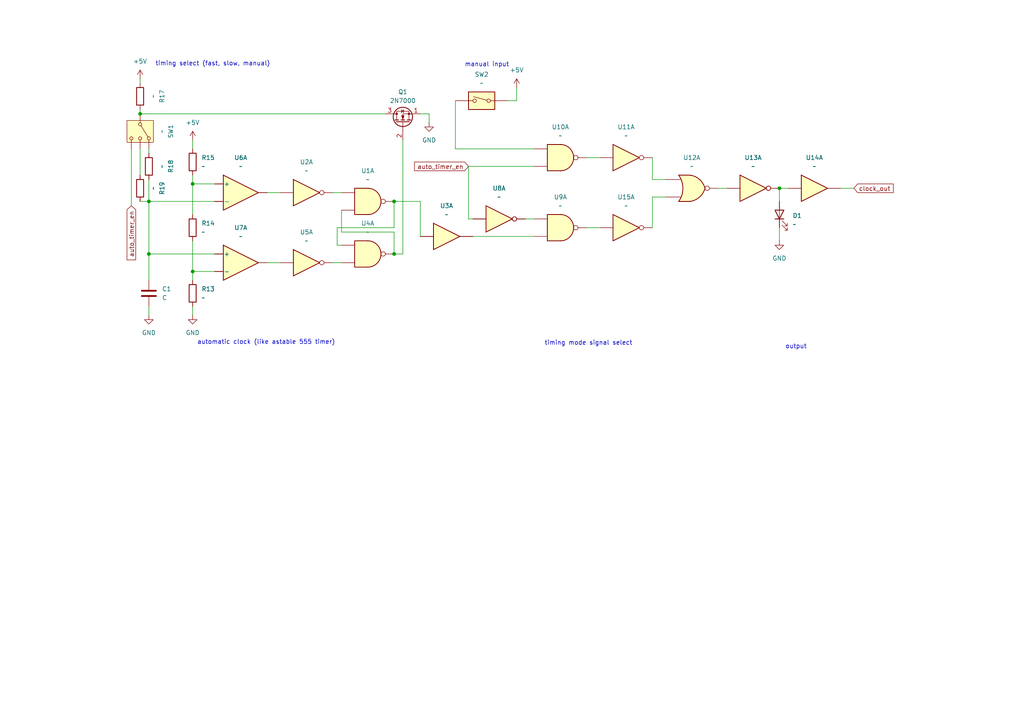
<source format=kicad_sch>
(kicad_sch (version 20250114) (generator "eeschema") (generator_version "9.0")
  (paper "A4")
  (lib_symbols
    (symbol "74xx:7402" (pin_numbers (hide yes)) (pin_names (offset 1.016) (hide yes))
      (property "Reference" "U" (at 0 1.27 0))
      (property "Value" "7402" (at 0 -1.27 0))
      (symbol "7402_1_1"
        (arc (start -3.81 3.81) (mid -2.589 0) (end -3.81 -3.81) (stroke (width 0.254)))
        (polyline (pts (xy -3.81 3.81) (xy -0.635 3.81)) (stroke (width 0.254)) (fill (type background)))
        (polyline (pts (xy -3.81 -3.81) (xy -0.635 -3.81)) (stroke (width 0.254)) (fill (type background)))
        (arc (start 3.81 0) (mid 2.1855 -2.584) (end -0.6096 -3.81) (stroke (width 0.254)) (fill (type background)))
        (arc (start -0.6096 3.81) (mid 2.1928 2.5924) (end 3.81 0) (stroke (width 0.254)) (fill (type background)))
        (polyline (pts (xy -0.635 3.81) (xy -3.81 3.81) (xy -3.81 3.81) (xy -3.556 3.4036) (xy -3.0226 2.2606) (xy -2.6924 1.0414) (xy -2.6162 -0.254) (xy -2.7686 -1.4986) (xy -3.175 -2.7178) (xy -3.81 -3.81) (xy -3.81 -3.81) (xy -0.635 -3.81)) (stroke (width -25.4)) (fill (type background)))
        (pin input line (at -7.62 2.54 0) (length 4.318) (name "~") (number "2"))
        (pin input line (at -7.62 -2.54 0) (length 4.318) (name "~") (number "3"))
        (pin output inverted (at 7.62 0 180) (length 3.81) (name "~") (number "1"))
      )
      (symbol "7402_1_2"
        (arc (start 0 3.81) (mid 3.7934 0) (end 0 -3.81) (stroke (width 0.254)) (fill (type background)))
        (polyline (pts (xy 0 3.81) (xy -3.81 3.81) (xy -3.81 -3.81) (xy 0 -3.81)) (stroke (width 0.254)) (fill (type background)))
        (pin input inverted (at -7.62 2.54 0) (length 3.81) (name "~") (number "2"))
        (pin input inverted (at -7.62 -2.54 0) (length 3.81) (name "~") (number "3"))
        (pin output line (at 7.62 0 180) (length 3.81) (name "~") (number "1"))
      )
      (symbol "7402_2_1"
        (arc (start -3.81 3.81) (mid -2.589 0) (end -3.81 -3.81) (stroke (width 0.254)))
        (polyline (pts (xy -3.81 3.81) (xy -0.635 3.81)) (stroke (width 0.254)) (fill (type background)))
        (polyline (pts (xy -3.81 -3.81) (xy -0.635 -3.81)) (stroke (width 0.254)) (fill (type background)))
        (arc (start 3.81 0) (mid 2.1855 -2.584) (end -0.6096 -3.81) (stroke (width 0.254)) (fill (type background)))
        (arc (start -0.6096 3.81) (mid 2.1928 2.5924) (end 3.81 0) (stroke (width 0.254)) (fill (type background)))
        (polyline (pts (xy -0.635 3.81) (xy -3.81 3.81) (xy -3.81 3.81) (xy -3.556 3.4036) (xy -3.0226 2.2606) (xy -2.6924 1.0414) (xy -2.6162 -0.254) (xy -2.7686 -1.4986) (xy -3.175 -2.7178) (xy -3.81 -3.81) (xy -3.81 -3.81) (xy -0.635 -3.81)) (stroke (width -25.4)) (fill (type background)))
        (pin input line (at -7.62 2.54 0) (length 4.318) (name "~") (number "5"))
        (pin input line (at -7.62 -2.54 0) (length 4.318) (name "~") (number "6"))
        (pin output inverted (at 7.62 0 180) (length 3.81) (name "~") (number "4"))
      )
      (symbol "7402_2_2"
        (arc (start 0 3.81) (mid 3.7934 0) (end 0 -3.81) (stroke (width 0.254)) (fill (type background)))
        (polyline (pts (xy 0 3.81) (xy -3.81 3.81) (xy -3.81 -3.81) (xy 0 -3.81)) (stroke (width 0.254)) (fill (type background)))
        (pin input inverted (at -7.62 2.54 0) (length 3.81) (name "~") (number "5"))
        (pin input inverted (at -7.62 -2.54 0) (length 3.81) (name "~") (number "6"))
        (pin output line (at 7.62 0 180) (length 3.81) (name "~") (number "4"))
      )
      (symbol "7402_3_1"
        (arc (start -3.81 3.81) (mid -2.589 0) (end -3.81 -3.81) (stroke (width 0.254)))
        (polyline (pts (xy -3.81 3.81) (xy -0.635 3.81)) (stroke (width 0.254)) (fill (type background)))
        (polyline (pts (xy -3.81 -3.81) (xy -0.635 -3.81)) (stroke (width 0.254)) (fill (type background)))
        (arc (start 3.81 0) (mid 2.1855 -2.584) (end -0.6096 -3.81) (stroke (width 0.254)) (fill (type background)))
        (arc (start -0.6096 3.81) (mid 2.1928 2.5924) (end 3.81 0) (stroke (width 0.254)) (fill (type background)))
        (polyline (pts (xy -0.635 3.81) (xy -3.81 3.81) (xy -3.81 3.81) (xy -3.556 3.4036) (xy -3.0226 2.2606) (xy -2.6924 1.0414) (xy -2.6162 -0.254) (xy -2.7686 -1.4986) (xy -3.175 -2.7178) (xy -3.81 -3.81) (xy -3.81 -3.81) (xy -0.635 -3.81)) (stroke (width -25.4)) (fill (type background)))
        (pin input line (at -7.62 2.54 0) (length 4.318) (name "~") (number "8"))
        (pin input line (at -7.62 -2.54 0) (length 4.318) (name "~") (number "9"))
        (pin output inverted (at 7.62 0 180) (length 3.81) (name "~") (number "10"))
      )
      (symbol "7402_3_2"
        (arc (start 0 3.81) (mid 3.7934 0) (end 0 -3.81) (stroke (width 0.254)) (fill (type background)))
        (polyline (pts (xy 0 3.81) (xy -3.81 3.81) (xy -3.81 -3.81) (xy 0 -3.81)) (stroke (width 0.254)) (fill (type background)))
        (pin input inverted (at -7.62 2.54 0) (length 3.81) (name "~") (number "8"))
        (pin input inverted (at -7.62 -2.54 0) (length 3.81) (name "~") (number "9"))
        (pin output line (at 7.62 0 180) (length 3.81) (name "~") (number "10"))
      )
      (symbol "7402_4_1"
        (arc (start -3.81 3.81) (mid -2.589 0) (end -3.81 -3.81) (stroke (width 0.254)))
        (polyline (pts (xy -3.81 3.81) (xy -0.635 3.81)) (stroke (width 0.254)) (fill (type background)))
        (polyline (pts (xy -3.81 -3.81) (xy -0.635 -3.81)) (stroke (width 0.254)) (fill (type background)))
        (arc (start 3.81 0) (mid 2.1855 -2.584) (end -0.6096 -3.81) (stroke (width 0.254)) (fill (type background)))
        (arc (start -0.6096 3.81) (mid 2.1928 2.5924) (end 3.81 0) (stroke (width 0.254)) (fill (type background)))
        (polyline (pts (xy -0.635 3.81) (xy -3.81 3.81) (xy -3.81 3.81) (xy -3.556 3.4036) (xy -3.0226 2.2606) (xy -2.6924 1.0414) (xy -2.6162 -0.254) (xy -2.7686 -1.4986) (xy -3.175 -2.7178) (xy -3.81 -3.81) (xy -3.81 -3.81) (xy -0.635 -3.81)) (stroke (width -25.4)) (fill (type background)))
        (pin input line (at -7.62 2.54 0) (length 4.318) (name "~") (number "11"))
        (pin input line (at -7.62 -2.54 0) (length 4.318) (name "~") (number "12"))
        (pin output inverted (at 7.62 0 180) (length 3.81) (name "~") (number "13"))
      )
      (symbol "7402_4_2"
        (arc (start 0 3.81) (mid 3.7934 0) (end 0 -3.81) (stroke (width 0.254)) (fill (type background)))
        (polyline (pts (xy 0 3.81) (xy -3.81 3.81) (xy -3.81 -3.81) (xy 0 -3.81)) (stroke (width 0.254)) (fill (type background)))
        (pin input inverted (at -7.62 2.54 0) (length 3.81) (name "~") (number "11"))
        (pin input inverted (at -7.62 -2.54 0) (length 3.81) (name "~") (number "12"))
        (pin output line (at 7.62 0 180) (length 3.81) (name "~") (number "13"))
      )
      (symbol "7402_5_0"
        (pin power_in line (at 0 12.7 270) (length 5.08) (name "VCC") (number "14"))
        (pin power_in line (at 0 -12.7 90) (length 5.08) (name "GND") (number "7"))
      )
      (symbol "7402_5_1"
        (rectangle (start -5.08 7.62) (end 5.08 -7.62) (stroke (width 0.254)) (fill (type background)))
      )
    )
    (symbol "74xx:74HC00" (pin_numbers (hide yes)) (pin_names (offset 1.016) (hide yes))
      (property "Reference" "U" (at 0 1.27 0))
      (property "Value" "74HC00" (at 0 -1.27 0))
      (symbol "74HC00_1_1"
        (arc (start 0 3.81) (mid 3.7934 0) (end 0 -3.81) (stroke (width 0.254)) (fill (type background)))
        (polyline (pts (xy 0 3.81) (xy -3.81 3.81) (xy -3.81 -3.81) (xy 0 -3.81)) (stroke (width 0.254)) (fill (type background)))
        (pin input line (at -7.62 2.54 0) (length 3.81) (name "~") (number "1"))
        (pin input line (at -7.62 -2.54 0) (length 3.81) (name "~") (number "2"))
        (pin output inverted (at 7.62 0 180) (length 3.81) (name "~") (number "3"))
      )
      (symbol "74HC00_1_2"
        (arc (start -3.81 3.81) (mid -2.589 0) (end -3.81 -3.81) (stroke (width 0.254)))
        (polyline (pts (xy -3.81 3.81) (xy -0.635 3.81)) (stroke (width 0.254)) (fill (type background)))
        (polyline (pts (xy -3.81 -3.81) (xy -0.635 -3.81)) (stroke (width 0.254)) (fill (type background)))
        (arc (start 3.81 0) (mid 2.1855 -2.584) (end -0.6096 -3.81) (stroke (width 0.254)) (fill (type background)))
        (arc (start -0.6096 3.81) (mid 2.1928 2.5924) (end 3.81 0) (stroke (width 0.254)) (fill (type background)))
        (polyline (pts (xy -0.635 3.81) (xy -3.81 3.81) (xy -3.81 3.81) (xy -3.556 3.4036) (xy -3.0226 2.2606) (xy -2.6924 1.0414) (xy -2.6162 -0.254) (xy -2.7686 -1.4986) (xy -3.175 -2.7178) (xy -3.81 -3.81) (xy -3.81 -3.81) (xy -0.635 -3.81)) (stroke (width -25.4)) (fill (type background)))
        (pin input inverted (at -7.62 2.54 0) (length 4.318) (name "~") (number "1"))
        (pin input inverted (at -7.62 -2.54 0) (length 4.318) (name "~") (number "2"))
        (pin output line (at 7.62 0 180) (length 3.81) (name "~") (number "3"))
      )
      (symbol "74HC00_2_1"
        (arc (start 0 3.81) (mid 3.7934 0) (end 0 -3.81) (stroke (width 0.254)) (fill (type background)))
        (polyline (pts (xy 0 3.81) (xy -3.81 3.81) (xy -3.81 -3.81) (xy 0 -3.81)) (stroke (width 0.254)) (fill (type background)))
        (pin input line (at -7.62 2.54 0) (length 3.81) (name "~") (number "4"))
        (pin input line (at -7.62 -2.54 0) (length 3.81) (name "~") (number "5"))
        (pin output inverted (at 7.62 0 180) (length 3.81) (name "~") (number "6"))
      )
      (symbol "74HC00_2_2"
        (arc (start -3.81 3.81) (mid -2.589 0) (end -3.81 -3.81) (stroke (width 0.254)))
        (polyline (pts (xy -3.81 3.81) (xy -0.635 3.81)) (stroke (width 0.254)) (fill (type background)))
        (polyline (pts (xy -3.81 -3.81) (xy -0.635 -3.81)) (stroke (width 0.254)) (fill (type background)))
        (arc (start 3.81 0) (mid 2.1855 -2.584) (end -0.6096 -3.81) (stroke (width 0.254)) (fill (type background)))
        (arc (start -0.6096 3.81) (mid 2.1928 2.5924) (end 3.81 0) (stroke (width 0.254)) (fill (type background)))
        (polyline (pts (xy -0.635 3.81) (xy -3.81 3.81) (xy -3.81 3.81) (xy -3.556 3.4036) (xy -3.0226 2.2606) (xy -2.6924 1.0414) (xy -2.6162 -0.254) (xy -2.7686 -1.4986) (xy -3.175 -2.7178) (xy -3.81 -3.81) (xy -3.81 -3.81) (xy -0.635 -3.81)) (stroke (width -25.4)) (fill (type background)))
        (pin input inverted (at -7.62 2.54 0) (length 4.318) (name "~") (number "4"))
        (pin input inverted (at -7.62 -2.54 0) (length 4.318) (name "~") (number "5"))
        (pin output line (at 7.62 0 180) (length 3.81) (name "~") (number "6"))
      )
      (symbol "74HC00_3_1"
        (arc (start 0 3.81) (mid 3.7934 0) (end 0 -3.81) (stroke (width 0.254)) (fill (type background)))
        (polyline (pts (xy 0 3.81) (xy -3.81 3.81) (xy -3.81 -3.81) (xy 0 -3.81)) (stroke (width 0.254)) (fill (type background)))
        (pin input line (at -7.62 2.54 0) (length 3.81) (name "~") (number "9"))
        (pin input line (at -7.62 -2.54 0) (length 3.81) (name "~") (number "10"))
        (pin output inverted (at 7.62 0 180) (length 3.81) (name "~") (number "8"))
      )
      (symbol "74HC00_3_2"
        (arc (start -3.81 3.81) (mid -2.589 0) (end -3.81 -3.81) (stroke (width 0.254)))
        (polyline (pts (xy -3.81 3.81) (xy -0.635 3.81)) (stroke (width 0.254)) (fill (type background)))
        (polyline (pts (xy -3.81 -3.81) (xy -0.635 -3.81)) (stroke (width 0.254)) (fill (type background)))
        (arc (start 3.81 0) (mid 2.1855 -2.584) (end -0.6096 -3.81) (stroke (width 0.254)) (fill (type background)))
        (arc (start -0.6096 3.81) (mid 2.1928 2.5924) (end 3.81 0) (stroke (width 0.254)) (fill (type background)))
        (polyline (pts (xy -0.635 3.81) (xy -3.81 3.81) (xy -3.81 3.81) (xy -3.556 3.4036) (xy -3.0226 2.2606) (xy -2.6924 1.0414) (xy -2.6162 -0.254) (xy -2.7686 -1.4986) (xy -3.175 -2.7178) (xy -3.81 -3.81) (xy -3.81 -3.81) (xy -0.635 -3.81)) (stroke (width -25.4)) (fill (type background)))
        (pin input inverted (at -7.62 2.54 0) (length 4.318) (name "~") (number "9"))
        (pin input inverted (at -7.62 -2.54 0) (length 4.318) (name "~") (number "10"))
        (pin output line (at 7.62 0 180) (length 3.81) (name "~") (number "8"))
      )
      (symbol "74HC00_4_1"
        (arc (start 0 3.81) (mid 3.7934 0) (end 0 -3.81) (stroke (width 0.254)) (fill (type background)))
        (polyline (pts (xy 0 3.81) (xy -3.81 3.81) (xy -3.81 -3.81) (xy 0 -3.81)) (stroke (width 0.254)) (fill (type background)))
        (pin input line (at -7.62 2.54 0) (length 3.81) (name "~") (number "12"))
        (pin input line (at -7.62 -2.54 0) (length 3.81) (name "~") (number "13"))
        (pin output inverted (at 7.62 0 180) (length 3.81) (name "~") (number "11"))
      )
      (symbol "74HC00_4_2"
        (arc (start -3.81 3.81) (mid -2.589 0) (end -3.81 -3.81) (stroke (width 0.254)))
        (polyline (pts (xy -3.81 3.81) (xy -0.635 3.81)) (stroke (width 0.254)) (fill (type background)))
        (polyline (pts (xy -3.81 -3.81) (xy -0.635 -3.81)) (stroke (width 0.254)) (fill (type background)))
        (arc (start 3.81 0) (mid 2.1855 -2.584) (end -0.6096 -3.81) (stroke (width 0.254)) (fill (type background)))
        (arc (start -0.6096 3.81) (mid 2.1928 2.5924) (end 3.81 0) (stroke (width 0.254)) (fill (type background)))
        (polyline (pts (xy -0.635 3.81) (xy -3.81 3.81) (xy -3.81 3.81) (xy -3.556 3.4036) (xy -3.0226 2.2606) (xy -2.6924 1.0414) (xy -2.6162 -0.254) (xy -2.7686 -1.4986) (xy -3.175 -2.7178) (xy -3.81 -3.81) (xy -3.81 -3.81) (xy -0.635 -3.81)) (stroke (width -25.4)) (fill (type background)))
        (pin input inverted (at -7.62 2.54 0) (length 4.318) (name "~") (number "12"))
        (pin input inverted (at -7.62 -2.54 0) (length 4.318) (name "~") (number "13"))
        (pin output line (at 7.62 0 180) (length 3.81) (name "~") (number "11"))
      )
      (symbol "74HC00_5_0"
        (pin power_in line (at 0 12.7 270) (length 5.08) (name "VCC") (number "14"))
        (pin power_in line (at 0 -12.7 90) (length 5.08) (name "GND") (number "7"))
      )
      (symbol "74HC00_5_1"
        (rectangle (start -5.08 7.62) (end 5.08 -7.62) (stroke (width 0.254)) (fill (type background)))
      )
    )
    (symbol "74xx:74HC04" (pin_numbers (hide yes)) (pin_names (hide yes))
      (property "Reference" "U" (at 0 1.27 0))
      (property "Value" "74HC04" (at 0 -1.27 0))
      (symbol "74HC04_1_0"
        (polyline (pts (xy -3.81 3.81) (xy -3.81 -3.81) (xy 3.81 0) (xy -3.81 3.81)) (stroke (width 0.254)) (fill (type background)))
        (pin input line (at -7.62 0 0) (length 3.81) (name "~") (number "1"))
        (pin output inverted (at 7.62 0 180) (length 3.81) (name "~") (number "2"))
      )
      (symbol "74HC04_2_0"
        (polyline (pts (xy -3.81 3.81) (xy -3.81 -3.81) (xy 3.81 0) (xy -3.81 3.81)) (stroke (width 0.254)) (fill (type background)))
        (pin input line (at -7.62 0 0) (length 3.81) (name "~") (number "3"))
        (pin output inverted (at 7.62 0 180) (length 3.81) (name "~") (number "4"))
      )
      (symbol "74HC04_3_0"
        (polyline (pts (xy -3.81 3.81) (xy -3.81 -3.81) (xy 3.81 0) (xy -3.81 3.81)) (stroke (width 0.254)) (fill (type background)))
        (pin input line (at -7.62 0 0) (length 3.81) (name "~") (number "5"))
        (pin output inverted (at 7.62 0 180) (length 3.81) (name "~") (number "6"))
      )
      (symbol "74HC04_4_0"
        (polyline (pts (xy -3.81 3.81) (xy -3.81 -3.81) (xy 3.81 0) (xy -3.81 3.81)) (stroke (width 0.254)) (fill (type background)))
        (pin input line (at -7.62 0 0) (length 3.81) (name "~") (number "9"))
        (pin output inverted (at 7.62 0 180) (length 3.81) (name "~") (number "8"))
      )
      (symbol "74HC04_5_0"
        (polyline (pts (xy -3.81 3.81) (xy -3.81 -3.81) (xy 3.81 0) (xy -3.81 3.81)) (stroke (width 0.254)) (fill (type background)))
        (pin input line (at -7.62 0 0) (length 3.81) (name "~") (number "11"))
        (pin output inverted (at 7.62 0 180) (length 3.81) (name "~") (number "10"))
      )
      (symbol "74HC04_6_0"
        (polyline (pts (xy -3.81 3.81) (xy -3.81 -3.81) (xy 3.81 0) (xy -3.81 3.81)) (stroke (width 0.254)) (fill (type background)))
        (pin input line (at -7.62 0 0) (length 3.81) (name "~") (number "13"))
        (pin output inverted (at 7.62 0 180) (length 3.81) (name "~") (number "12"))
      )
      (symbol "74HC04_7_0"
        (pin power_in line (at 0 12.7 270) (length 5.08) (name "VCC") (number "14"))
        (pin power_in line (at 0 -12.7 90) (length 5.08) (name "GND") (number "7"))
      )
      (symbol "74HC04_7_1"
        (rectangle (start -5.08 7.62) (end 5.08 -7.62) (stroke (width 0.254)) (fill (type background)))
      )
    )
    (symbol "74xx:74LCX07" (pin_numbers (hide yes)) (pin_names (offset 1.016) (hide yes))
      (property "Reference" "U" (at 0 1.27 0))
      (property "Value" "74LCX07" (at 0 -1.27 0))
      (symbol "74LCX07_1_0"
        (polyline (pts (xy -3.81 3.81) (xy -3.81 -3.81) (xy 3.81 0) (xy -3.81 3.81)) (stroke (width 0.254)) (fill (type background)))
        (pin input line (at -7.62 0 0) (length 3.81) (name "~") (number "1"))
        (pin open_collector line (at 7.62 0 180) (length 3.81) (name "~") (number "2"))
      )
      (symbol "74LCX07_2_0"
        (polyline (pts (xy -3.81 3.81) (xy -3.81 -3.81) (xy 3.81 0) (xy -3.81 3.81)) (stroke (width 0.254)) (fill (type background)))
        (pin input line (at -7.62 0 0) (length 3.81) (name "~") (number "3"))
        (pin open_collector line (at 7.62 0 180) (length 3.81) (name "~") (number "4"))
      )
      (symbol "74LCX07_3_0"
        (polyline (pts (xy -3.81 3.81) (xy -3.81 -3.81) (xy 3.81 0) (xy -3.81 3.81)) (stroke (width 0.254)) (fill (type background)))
        (pin input line (at -7.62 0 0) (length 3.81) (name "~") (number "5"))
        (pin open_collector line (at 7.62 0 180) (length 3.81) (name "~") (number "6"))
      )
      (symbol "74LCX07_4_0"
        (polyline (pts (xy -3.81 3.81) (xy -3.81 -3.81) (xy 3.81 0) (xy -3.81 3.81)) (stroke (width 0.254)) (fill (type background)))
        (pin input line (at -7.62 0 0) (length 3.81) (name "~") (number "9"))
        (pin open_collector line (at 7.62 0 180) (length 3.81) (name "~") (number "8"))
      )
      (symbol "74LCX07_5_0"
        (polyline (pts (xy -3.81 3.81) (xy -3.81 -3.81) (xy 3.81 0) (xy -3.81 3.81)) (stroke (width 0.254)) (fill (type background)))
        (pin input line (at -7.62 0 0) (length 3.81) (name "~") (number "11"))
        (pin open_collector line (at 7.62 0 180) (length 3.81) (name "~") (number "10"))
      )
      (symbol "74LCX07_6_0"
        (polyline (pts (xy -3.81 3.81) (xy -3.81 -3.81) (xy 3.81 0) (xy -3.81 3.81)) (stroke (width 0.254)) (fill (type background)))
        (pin input line (at -7.62 0 0) (length 3.81) (name "~") (number "13"))
        (pin open_collector line (at 7.62 0 180) (length 3.81) (name "~") (number "12"))
      )
      (symbol "74LCX07_7_0"
        (pin power_in line (at 0 12.7 270) (length 5.08) (name "VCC") (number "14"))
        (pin power_in line (at 0 -12.7 90) (length 5.08) (name "GND") (number "7"))
      )
      (symbol "74LCX07_7_1"
        (rectangle (start -5.08 7.62) (end 5.08 -7.62) (stroke (width 0.254)) (fill (type background)))
      )
    )
    (symbol "Comparator:LMV7272" (pin_numbers (hide yes)) (pin_names (offset 0.127))
      (property "Reference" "U" (at 1.27 6.35 0))
      (property "Value" "LMV7272" (at 3.81 3.81 0))
      (symbol "LMV7272_1_1"
        (polyline (pts (xy -5.08 5.08) (xy 5.08 0) (xy -5.08 -5.08) (xy -5.08 5.08)) (stroke (width 0.254)) (fill (type background)))
        (pin input line (at -7.62 2.54 0) (length 2.54) (name "+") (number "C1"))
        (pin input line (at -7.62 -2.54 0) (length 2.54) (name "-") (number "B1"))
        (pin output line (at 7.62 0 180) (length 2.54) (name "~") (number "A1"))
      )
      (symbol "LMV7272_2_1"
        (polyline (pts (xy -5.08 2.54) (xy -5.08 5.08) (xy 5.08 0) (xy -5.08 -5.08) (xy -5.08 2.54)) (stroke (width 0.254)) (fill (type background)))
        (pin input line (at -7.62 2.54 0) (length 2.54) (name "+") (number "C3"))
        (pin input line (at -7.62 -2.54 0) (length 2.54) (name "-") (number "B3"))
        (pin output line (at 7.62 0 180) (length 2.54) (name "~") (number "A3"))
      )
      (symbol "LMV7272_3_1"
        (pin power_in line (at -2.54 7.62 270) (length 3.81) (name "V+") (number "A2"))
        (pin power_in line (at -2.54 -7.62 90) (length 3.81) (name "V-") (number "C2"))
      )
    )
    (symbol "Device:C" (pin_numbers (hide yes)) (pin_names (offset 0.254))
      (property "Reference" "C" (at 0.635 2.54 0))
      (property "Value" "C" (at 0.635 -2.54 0))
      (symbol "C_0_1"
        (polyline (pts (xy -2.032 0.762) (xy 2.032 0.762)) (stroke (width 0.508)))
        (polyline (pts (xy -2.032 -0.762) (xy 2.032 -0.762)) (stroke (width 0.508)))
      )
      (symbol "C_1_1"
        (pin passive line (at 0 3.81 270) (length 2.794) (name "~") (number "1"))
        (pin passive line (at 0 -3.81 90) (length 2.794) (name "~") (number "2"))
      )
    )
    (symbol "Device:LED" (pin_numbers (hide yes)) (pin_names (offset 1.016) (hide yes))
      (property "Reference" "D" (at 0 2.54 0))
      (property "Value" "LED" (at 0 -2.54 0))
      (symbol "LED_0_1"
        (polyline (pts (xy -3.048 -0.762) (xy -4.572 -2.286) (xy -3.81 -2.286) (xy -4.572 -2.286) (xy -4.572 -1.524)))
        (polyline (pts (xy -1.778 -0.762) (xy -3.302 -2.286) (xy -2.54 -2.286) (xy -3.302 -2.286) (xy -3.302 -1.524)))
        (polyline (pts (xy -1.27 0) (xy 1.27 0)))
        (polyline (pts (xy -1.27 -1.27) (xy -1.27 1.27)) (stroke (width 0.254)))
        (polyline (pts (xy 1.27 -1.27) (xy 1.27 1.27) (xy -1.27 0) (xy 1.27 -1.27)) (stroke (width 0.254)))
      )
      (symbol "LED_1_1"
        (pin passive line (at -3.81 0 0) (length 2.54) (name "K") (number "1"))
        (pin passive line (at 3.81 0 180) (length 2.54) (name "A") (number "2"))
      )
    )
    (symbol "Device:R" (pin_numbers (hide yes)) (pin_names (offset 0))
      (property "Reference" "R" (at 2.032 0 90))
      (property "Value" "R" (at 0 0 90))
      (symbol "R_0_1"
        (rectangle (start -1.016 -2.54) (end 1.016 2.54) (stroke (width 0.254)))
      )
      (symbol "R_1_1"
        (pin passive line (at 0 3.81 270) (length 1.27) (name "~") (number "1"))
        (pin passive line (at 0 -3.81 90) (length 1.27) (name "~") (number "2"))
      )
    )
    (symbol "R_1" (pin_numbers (hide yes)) (pin_names (offset 0))
      (property "Reference" "R" (at 2.032 0 90))
      (property "Value" "R" (at 0 0 90))
      (symbol "R_1_0_1"
        (rectangle (start -1.016 -2.54) (end 1.016 2.54) (stroke (width 0.254)))
      )
      (symbol "R_1_1_1"
        (pin passive line (at 0 3.81 270) (length 1.27) (name "~") (number "1"))
        (pin passive line (at 0 -3.81 90) (length 1.27) (name "~") (number "2"))
      )
    )
    (symbol "Switch:SW_DIP_x01" (pin_numbers (hide yes)) (pin_names (offset 0) (hide yes))
      (property "Reference" "SW" (at 0 3.81 0))
      (property "Value" "SW_DIP_x01" (at 0 -3.81 0))
      (symbol "SW_DIP_x01_0_0"
        (circle (center -2.032 0) (radius 0.508))
        (polyline (pts (xy -1.524 0.127) (xy 2.3622 1.1684)))
        (circle (center 2.032 0) (radius 0.508))
      )
      (symbol "SW_DIP_x01_0_1"
        (rectangle (start -3.81 2.54) (end 3.81 -2.54) (stroke (width 0.254)) (fill (type background)))
      )
      (symbol "SW_DIP_x01_1_1"
        (pin passive line (at -7.62 0 0) (length 5.08) (name "~") (number "1"))
        (pin passive line (at 7.62 0 180) (length 5.08) (name "~") (number "2"))
      )
    )
    (symbol "Switch:SW_SP3T" (pin_numbers (hide yes)) (pin_names (offset 0) (hide yes))
      (property "Reference" "SW" (at 0 5.08 0))
      (property "Value" "SW_SP3T" (at 0 -5.08 0))
      (symbol "SW_SP3T_0_1"
        (circle (center -2.032 0) (radius 0.4572))
        (polyline (pts (xy -1.651 0.254) (xy 1.651 2.286)))
        (circle (center 2.032 2.54) (radius 0.4572))
        (circle (center 2.032 0) (radius 0.4572))
        (circle (center 2.032 -2.54) (radius 0.4572))
      )
      (symbol "SW_SP3T_1_1"
        (rectangle (start -3.175 3.81) (end 3.175 -3.81) (fill (type background)))
        (pin passive line (at -5.08 0 0) (length 2.54) (name "3") (number "3"))
        (pin passive line (at 5.08 2.54 180) (length 2.54) (name "1") (number "1"))
        (pin passive line (at 5.08 0 180) (length 2.54) (name "2") (number "2"))
        (pin passive line (at 5.08 -2.54 180) (length 2.54) (name "4") (number "4"))
      )
    )
    (symbol "Transistor_FET:2N7000" (pin_names (hide yes))
      (property "Reference" "Q" (at 5.08 1.905 0))
      (property "Value" "2N7000" (at 5.08 0 0))
      (symbol "2N7000_0_1"
        (polyline (pts (xy 0.254 1.905) (xy 0.254 -1.905)) (stroke (width 0.254)))
        (polyline (pts (xy 0.254 0) (xy -2.54 0)))
        (polyline (pts (xy 0.762 2.286) (xy 0.762 1.27)) (stroke (width 0.254)))
        (polyline (pts (xy 0.762 0.508) (xy 0.762 -0.508)) (stroke (width 0.254)))
        (polyline (pts (xy 0.762 -1.27) (xy 0.762 -2.286)) (stroke (width 0.254)))
        (polyline (pts (xy 0.762 -1.778) (xy 3.302 -1.778) (xy 3.302 1.778) (xy 0.762 1.778)))
        (polyline (pts (xy 1.016 0) (xy 2.032 0.381) (xy 2.032 -0.381) (xy 1.016 0)) (fill (type outline)))
        (circle (center 1.651 0) (radius 2.794) (stroke (width 0.254)))
        (polyline (pts (xy 2.54 2.54) (xy 2.54 1.778)))
        (circle (center 2.54 1.778) (radius 0.254) (fill (type outline)))
        (circle (center 2.54 -1.778) (radius 0.254) (fill (type outline)))
        (polyline (pts (xy 2.54 -2.54) (xy 2.54 0) (xy 0.762 0)))
        (polyline (pts (xy 2.794 0.508) (xy 2.921 0.381) (xy 3.683 0.381) (xy 3.81 0.254)))
        (polyline (pts (xy 3.302 0.381) (xy 2.921 -0.254) (xy 3.683 -0.254) (xy 3.302 0.381)))
      )
      (symbol "2N7000_1_1"
        (pin input line (at -5.08 0 0) (length 2.54) (name "G") (number "2"))
        (pin passive line (at 2.54 5.08 270) (length 2.54) (name "D") (number "3"))
        (pin passive line (at 2.54 -5.08 90) (length 2.54) (name "S") (number "1"))
      )
    )
    (symbol "power:+5V" (power) (pin_numbers (hide yes)) (pin_names (offset 0) (hide yes))
      (property "Value" "+5V" (at 0 3.556 0))
      (symbol "+5V_0_1"
        (polyline (pts (xy -0.762 1.27) (xy 0 2.54)))
        (polyline (pts (xy 0 2.54) (xy 0.762 1.27)))
        (polyline (pts (xy 0 0) (xy 0 2.54)))
      )
      (symbol "+5V_1_1"
        (pin power_in line (at 0 0 90) (length 0) (name "~") (number "1"))
      )
    )
    (symbol "power:GND" (power) (pin_numbers (hide yes)) (pin_names (offset 0) (hide yes))
      (property "Value" "GND" (at 0 -3.81 0))
      (symbol "GND_0_1"
        (polyline (pts (xy 0 0) (xy 0 -1.27) (xy 1.27 -1.27) (xy 0 -2.54) (xy -1.27 -1.27) (xy 0 -1.27)))
      )
      (symbol "GND_1_1"
        (pin power_in line (at 0 0 270) (length 0) (name "~") (number "1"))
      )
    )
  )
  (text "output\n" (at 230.886 100.584 0) (effects (font (size 1.27 1.27))))
  (text "timing mode signal select" (at 170.688 99.568 0) (effects (font (size 1.27 1.27))))
  (text "manual input" (at 141.224 18.796 0) (effects (font (size 1.27 1.27))))
  (text "timing select (fast, slow, manual)" (at 61.722 18.542 0) (effects (font (size 1.27 1.27))))
  (text "automatic clock (like astable 555 timer)" (at 77.216 99.314 0) (effects (font (size 1.27 1.27))))
  (junction (at 114.3 58.42))
  (junction (at 40.64 33.02))
  (junction (at 55.88 53.34))
  (junction (at 226.06 54.61))
  (junction (at 43.18 58.42))
  (junction (at 114.3 73.66))
  (junction (at 55.88 78.74))
  (junction (at 43.18 73.66))
  (wire (pts (xy 99.06 67.31) (xy 99.06 60.96)))
  (wire (pts (xy 189.23 52.07) (xy 193.04 52.07)))
  (wire (pts (xy 43.18 88.9) (xy 43.18 91.44)))
  (wire (pts (xy 43.18 52.07) (xy 43.18 58.42)))
  (wire (pts (xy 124.46 33.02) (xy 121.92 33.02)))
  (wire (pts (xy 114.3 67.31) (xy 99.06 67.31)))
  (wire (pts (xy 226.06 54.61) (xy 226.06 58.42)))
  (wire (pts (xy 121.92 68.58) (xy 121.92 58.42)))
  (wire (pts (xy 226.06 54.61) (xy 228.6 54.61)))
  (wire (pts (xy 43.18 58.42) (xy 43.18 73.66)))
  (wire (pts (xy 137.16 68.58) (xy 154.94 68.58)))
  (wire (pts (xy 114.3 73.66) (xy 114.3 67.31)))
  (wire (pts (xy 111.76 33.02) (xy 40.64 33.02)))
  (wire (pts (xy 43.18 73.66) (xy 62.23 73.66)))
  (wire (pts (xy 97.79 66.04) (xy 97.79 71.12)))
  (wire (pts (xy 77.47 55.88) (xy 81.28 55.88)))
  (wire (pts (xy 55.88 88.9) (xy 55.88 91.44)))
  (wire (pts (xy 226.06 66.04) (xy 226.06 69.85)))
  (wire (pts (xy 208.28 54.61) (xy 210.82 54.61)))
  (wire (pts (xy 135.89 48.26) (xy 135.89 63.5)))
  (wire (pts (xy 55.88 53.34) (xy 62.23 53.34)))
  (wire (pts (xy 135.89 48.26) (xy 154.94 48.26)))
  (wire (pts (xy 124.46 35.56) (xy 124.46 33.02)))
  (wire (pts (xy 43.18 43.18) (xy 43.18 44.45)))
  (wire (pts (xy 152.4 63.5) (xy 154.94 63.5)))
  (wire (pts (xy 43.18 73.66) (xy 43.18 81.28)))
  (wire (pts (xy 114.3 58.42) (xy 114.3 66.04)))
  (wire (pts (xy 40.64 24.13) (xy 40.64 22.86)))
  (wire (pts (xy 121.92 58.42) (xy 114.3 58.42)))
  (wire (pts (xy 77.47 76.2) (xy 81.28 76.2)))
  (wire (pts (xy 189.23 45.72) (xy 189.23 52.07)))
  (wire (pts (xy 132.08 29.21) (xy 132.08 43.18)))
  (wire (pts (xy 97.79 71.12) (xy 99.06 71.12)))
  (wire (pts (xy 170.18 66.04) (xy 173.99 66.04)))
  (wire (pts (xy 189.23 66.04) (xy 189.23 57.15)))
  (wire (pts (xy 55.88 40.64) (xy 55.88 43.18)))
  (wire (pts (xy 116.84 40.64) (xy 116.84 73.66)))
  (wire (pts (xy 189.23 57.15) (xy 193.04 57.15)))
  (wire (pts (xy 243.84 54.61) (xy 247.65 54.61)))
  (wire (pts (xy 38.1 43.18) (xy 38.1 59.69)))
  (wire (pts (xy 114.3 66.04) (xy 97.79 66.04)))
  (wire (pts (xy 55.88 78.74) (xy 62.23 78.74)))
  (wire (pts (xy 55.88 78.74) (xy 55.88 81.28)))
  (wire (pts (xy 40.64 43.18) (xy 40.64 50.8)))
  (wire (pts (xy 116.84 73.66) (xy 114.3 73.66)))
  (wire (pts (xy 43.18 58.42) (xy 62.23 58.42)))
  (wire (pts (xy 55.88 50.8) (xy 55.88 53.34)))
  (wire (pts (xy 55.88 69.85) (xy 55.88 78.74)))
  (wire (pts (xy 135.89 63.5) (xy 137.16 63.5)))
  (wire (pts (xy 147.32 29.21) (xy 149.86 29.21)))
  (wire (pts (xy 40.64 31.75) (xy 40.64 33.02)))
  (wire (pts (xy 55.88 53.34) (xy 55.88 62.23)))
  (wire (pts (xy 40.64 58.42) (xy 43.18 58.42)))
  (wire (pts (xy 96.52 55.88) (xy 99.06 55.88)))
  (wire (pts (xy 149.86 29.21) (xy 149.86 25.4)))
  (wire (pts (xy 170.18 45.72) (xy 173.99 45.72)))
  (wire (pts (xy 154.94 43.18) (xy 132.08 43.18)))
  (wire (pts (xy 96.52 76.2) (xy 99.06 76.2)))
  (global_label "clock_out" (shape input) (at 247.65 54.61 0) (property "Intersheetrefs" "${INTERSHEET_REFS}" (effects (hide yes))))
  (global_label "auto_timer_en" (shape input) (at 135.89 48.26 180) (property "Intersheetrefs" "${INTERSHEET_REFS}" (effects (hide yes))))
  (global_label "auto_timer_en" (shape input) (at 38.1 59.69 270) (property "Intersheetrefs" "${INTERSHEET_REFS}" (effects (hide yes))))
  (symbol (lib_id "Device:R") (at 55.88 66.04 0) (unit 1)
    (property "Reference" "R14" (at 58.42 64.7699 0) (effects (justify left)))
    (property "Value" "~" (at 58.42 67.3099 0) (effects (justify left)))
    (property "Description" "Resistor" (effects (hide yes)))
  )
  (symbol (lib_id "power:GND") (at 55.88 91.44 0) (unit 1)
    (property "Reference" "#PWR05" (effects (hide yes)))
    (property "Value" "GND" (at 55.88 96.52 0))
    (property "Description" "Power symbol creates a global label with name \"GND\" , ground" (effects (hide yes)))
  )
  (symbol (lib_id "Switch:SW_DIP_x01") (at 139.7 29.21 0) (mirror y) (unit 1)
    (property "Reference" "SW2" (at 139.7 21.59 0))
    (property "Value" "~" (at 139.7 24.13 0))
    (property "Description" "1x DIP Switch, Single Pole Single Throw (SPST) switch, small symbol" (effects (hide yes)))
  )
  (symbol (lib_name "R_1") (lib_id "Device:R") (at 55.88 85.09 0) (unit 1)
    (property "Reference" "R13" (at 58.42 83.8199 0) (effects (justify left)))
    (property "Value" "~" (at 58.42 86.3599 0) (effects (justify left)))
    (property "Description" "Resistor" (effects (hide yes)))
  )
  (symbol (lib_id "74xx:74HC04") (at 181.61 66.04 0) (unit 1)
    (property "Reference" "U15" (at 181.61 57.15 0))
    (property "Value" "~" (at 181.61 59.69 0))
    (property "Datasheet" "https://assets.nexperia.com/documents/data-sheet/74HC_HCT04.pdf" (effects (hide yes)))
    (property "Description" "Hex Inverter" (effects (hide yes)))
  )
  (symbol (lib_name "R_1") (lib_id "Device:R") (at 40.64 27.94 0) (unit 1)
    (property "Reference" "R17" (at 46.99 27.94 90))
    (property "Value" "~" (at 44.45 27.94 90))
    (property "Description" "Resistor" (effects (hide yes)))
  )
  (symbol (lib_id "74xx:74HC00") (at 106.68 58.42 0) (unit 1)
    (property "Reference" "U1" (at 106.6717 49.53 0))
    (property "Value" "~" (at 106.6717 52.07 0))
    (property "Datasheet" "http://www.ti.com/lit/gpn/sn74hc00" (effects (hide yes)))
    (property "Description" "quad 2-input NAND gate" (effects (hide yes)))
  )
  (symbol (lib_id "74xx:74HC04") (at 218.44 54.61 0) (unit 1)
    (property "Reference" "U13" (at 218.44 45.72 0))
    (property "Value" "~" (at 218.44 48.26 0))
    (property "Datasheet" "https://assets.nexperia.com/documents/data-sheet/74HC_HCT04.pdf" (effects (hide yes)))
    (property "Description" "Hex Inverter" (effects (hide yes)))
  )
  (symbol (lib_id "74xx:74HC00") (at 106.68 73.66 0) (unit 1)
    (property "Reference" "U4" (at 106.6717 64.77 0))
    (property "Value" "~" (at 106.6717 67.31 0))
    (property "Datasheet" "http://www.ti.com/lit/gpn/sn74hc00" (effects (hide yes)))
    (property "Description" "quad 2-input NAND gate" (effects (hide yes)))
  )
  (symbol (lib_id "74xx:74HC04") (at 88.9 55.88 0) (unit 1)
    (property "Reference" "U2" (at 88.9 46.99 0))
    (property "Value" "~" (at 88.9 49.53 0))
    (property "Datasheet" "https://assets.nexperia.com/documents/data-sheet/74HC_HCT04.pdf" (effects (hide yes)))
    (property "Description" "Hex Inverter" (effects (hide yes)))
  )
  (symbol (lib_id "Switch:SW_SP3T") (at 40.64 38.1 270) (unit 1)
    (property "Reference" "SW1" (at 49.53 38.1 0))
    (property "Value" "~" (at 46.99 38.1 0))
    (property "Description" "Switch, three position, single pole triple throw, 3 position switch, SP3T" (effects (hide yes)))
  )
  (symbol (lib_name "R_1") (lib_id "Device:R") (at 40.64 54.61 0) (unit 1)
    (property "Reference" "R19" (at 46.99 54.61 90))
    (property "Value" "~" (at 44.45 54.61 90))
    (property "Description" "Resistor" (effects (hide yes)))
  )
  (symbol (lib_id "74xx:74HC00") (at 162.56 45.72 0) (unit 1)
    (property "Reference" "U10" (at 162.5517 36.83 0))
    (property "Value" "~" (at 162.5517 39.37 0))
    (property "Datasheet" "http://www.ti.com/lit/gpn/sn74hc00" (effects (hide yes)))
    (property "Description" "quad 2-input NAND gate" (effects (hide yes)))
  )
  (symbol (lib_id "Device:R") (at 55.88 46.99 0) (unit 1)
    (property "Reference" "R15" (at 58.42 45.7199 0) (effects (justify left)))
    (property "Value" "~" (at 58.42 48.2599 0) (effects (justify left)))
    (property "Description" "Resistor" (effects (hide yes)))
  )
  (symbol (lib_id "74xx:74LCX07") (at 236.22 54.61 0) (unit 1)
    (property "Reference" "U14" (at 236.22 45.72 0))
    (property "Value" "~" (at 236.22 48.26 0))
    (property "Datasheet" "www.st.com/resource/en/datasheet/74lcx07.pdf" (effects (hide yes)))
    (property "Description" "CMOS hex buffer (open drain) with 5V tolerant inputs" (effects (hide yes)))
  )
  (symbol (lib_id "power:+5V") (at 149.86 25.4 0) (unit 1)
    (property "Reference" "#PWR09" (effects (hide yes)))
    (property "Value" "+5V" (at 149.86 20.32 0))
    (property "Description" "Power symbol creates a global label with name \"+5V\"" (effects (hide yes)))
  )
  (symbol (lib_id "Device:LED") (at 226.06 62.23 90) (unit 1)
    (property "Reference" "D1" (at 229.87 62.5474 90) (effects (justify right)))
    (property "Value" "~" (at 229.87 65.0874 90) (effects (justify right)))
    (property "Description" "Light emitting diode" (effects (hide yes)))
    (property "Sim.Pins" "1=K 2=A" (effects (hide yes)))
  )
  (symbol (lib_id "Comparator:LMV7272") (at 69.85 76.2 0) (unit 1)
    (property "Reference" "U7" (at 69.85 66.04 0))
    (property "Value" "~" (at 69.85 68.58 0))
    (property "Footprint" "Package_BGA:Texas_DSBGA-8_1.5195x1.5195mm_Layout3x3_P0.5mm" (effects (hide yes)))
    (property "Datasheet" "http://www.ti.com/lit/ds/symlink/lmv7272.pdf" (effects (hide yes)))
    (property "Description" "Dual, 1.8V Low Power, Rail-to-Rail Input, Push-Pull Output Comparator, DSBGA-8" (effects (hide yes)))
  )
  (symbol (lib_id "74xx:74LCX07") (at 129.54 68.58 0) (unit 1)
    (property "Reference" "U3" (at 129.54 59.69 0))
    (property "Value" "~" (at 129.54 62.23 0))
    (property "Datasheet" "www.st.com/resource/en/datasheet/74lcx07.pdf" (effects (hide yes)))
    (property "Description" "CMOS hex buffer (open drain) with 5V tolerant inputs" (effects (hide yes)))
  )
  (symbol (lib_id "74xx:74HC04") (at 88.9 76.2 0) (unit 1)
    (property "Reference" "U5" (at 88.9 67.31 0))
    (property "Value" "~" (at 88.9 69.85 0))
    (property "Datasheet" "https://assets.nexperia.com/documents/data-sheet/74HC_HCT04.pdf" (effects (hide yes)))
    (property "Description" "Hex Inverter" (effects (hide yes)))
  )
  (symbol (lib_id "74xx:7402") (at 200.66 54.61 0) (unit 1)
    (property "Reference" "U12" (at 200.66 45.72 0))
    (property "Value" "~" (at 200.66 48.26 0))
    (property "Datasheet" "http://www.ti.com/lit/gpn/sn7402" (effects (hide yes)))
    (property "Description" "quad 2-input NOR gate" (effects (hide yes)))
  )
  (symbol (lib_id "power:+5V") (at 55.88 40.64 0) (unit 1)
    (property "Reference" "#PWR07" (effects (hide yes)))
    (property "Value" "+5V" (at 55.88 35.56 0))
    (property "Description" "Power symbol creates a global label with name \"+5V\"" (effects (hide yes)))
  )
  (symbol (lib_id "74xx:74HC04") (at 144.78 63.5 0) (unit 1)
    (property "Reference" "U8" (at 144.78 54.61 0))
    (property "Value" "~" (at 144.78 57.15 0))
    (property "Datasheet" "https://assets.nexperia.com/documents/data-sheet/74HC_HCT04.pdf" (effects (hide yes)))
    (property "Description" "Hex Inverter" (effects (hide yes)))
  )
  (symbol (lib_id "power:+5V") (at 40.64 22.86 0) (unit 1)
    (property "Reference" "#PWR06" (effects (hide yes)))
    (property "Value" "+5V" (at 40.64 17.78 0))
    (property "Description" "Power symbol creates a global label with name \"+5V\"" (effects (hide yes)))
  )
  (symbol (lib_id "power:GND") (at 124.46 35.56 0) (unit 1)
    (property "Reference" "#PWR08" (effects (hide yes)))
    (property "Value" "GND" (at 124.46 40.64 0))
    (property "Description" "Power symbol creates a global label with name \"GND\" , ground" (effects (hide yes)))
  )
  (symbol (lib_id "power:GND") (at 226.06 69.85 0) (unit 1)
    (property "Reference" "#PWR010" (effects (hide yes)))
    (property "Value" "GND" (at 226.06 74.93 0))
    (property "Description" "Power symbol creates a global label with name \"GND\" , ground" (effects (hide yes)))
  )
  (symbol (lib_name "R_1") (lib_id "Device:R") (at 43.18 48.26 0) (unit 1)
    (property "Reference" "R18" (at 49.53 48.26 90))
    (property "Value" "~" (at 46.99 48.26 90))
    (property "Description" "Resistor" (effects (hide yes)))
  )
  (symbol (lib_id "74xx:74HC04") (at 181.61 45.72 0) (unit 1)
    (property "Reference" "U11" (at 181.61 36.83 0))
    (property "Value" "~" (at 181.61 39.37 0))
    (property "Datasheet" "https://assets.nexperia.com/documents/data-sheet/74HC_HCT04.pdf" (effects (hide yes)))
    (property "Description" "Hex Inverter" (effects (hide yes)))
  )
  (symbol (lib_id "Device:C") (at 43.18 85.09 0) (unit 1)
    (property "Reference" "C1" (at 46.99 83.8199 0) (effects (justify left)))
    (property "Value" "C" (at 46.99 86.3599 0) (effects (justify left)))
    (property "Description" "Unpolarized capacitor" (effects (hide yes)))
  )
  (symbol (lib_id "Comparator:LMV7272") (at 69.85 55.88 0) (unit 1)
    (property "Reference" "U6" (at 69.85 45.72 0))
    (property "Value" "~" (at 69.85 48.26 0))
    (property "Footprint" "Package_BGA:Texas_DSBGA-8_1.5195x1.5195mm_Layout3x3_P0.5mm" (effects (hide yes)))
    (property "Datasheet" "http://www.ti.com/lit/ds/symlink/lmv7272.pdf" (effects (hide yes)))
    (property "Description" "Dual, 1.8V Low Power, Rail-to-Rail Input, Push-Pull Output Comparator, DSBGA-8" (effects (hide yes)))
  )
  (symbol (lib_id "74xx:74HC00") (at 162.56 66.04 0) (unit 1)
    (property "Reference" "U9" (at 162.5517 57.15 0))
    (property "Value" "~" (at 162.5517 59.69 0))
    (property "Datasheet" "http://www.ti.com/lit/gpn/sn74hc00" (effects (hide yes)))
    (property "Description" "quad 2-input NAND gate" (effects (hide yes)))
  )
  (symbol (lib_id "Transistor_FET:2N7000") (at 116.84 35.56 90) (unit 1)
    (property "Reference" "Q1" (at 116.84 26.67 90))
    (property "Value" "2N7000" (at 116.84 29.21 90))
    (property "Footprint" "Package_TO_SOT_THT:TO-92_Inline" (effects (hide yes)))
    (property "Datasheet" "https://www.vishay.com/docs/70226/70226.pdf" (effects (hide yes)))
    (property "Description" "0.2A Id, 200V Vds, N-Channel MOSFET, 2.6V Logic Level, TO-92" (effects (hide yes)))
  )
  (symbol (lib_id "power:GND") (at 43.18 91.44 0) (unit 1)
    (property "Reference" "#PWR04" (effects (hide yes)))
    (property "Value" "GND" (at 43.18 96.52 0))
    (property "Description" "Power symbol creates a global label with name \"GND\" , ground" (effects (hide yes)))
  )
)
</source>
